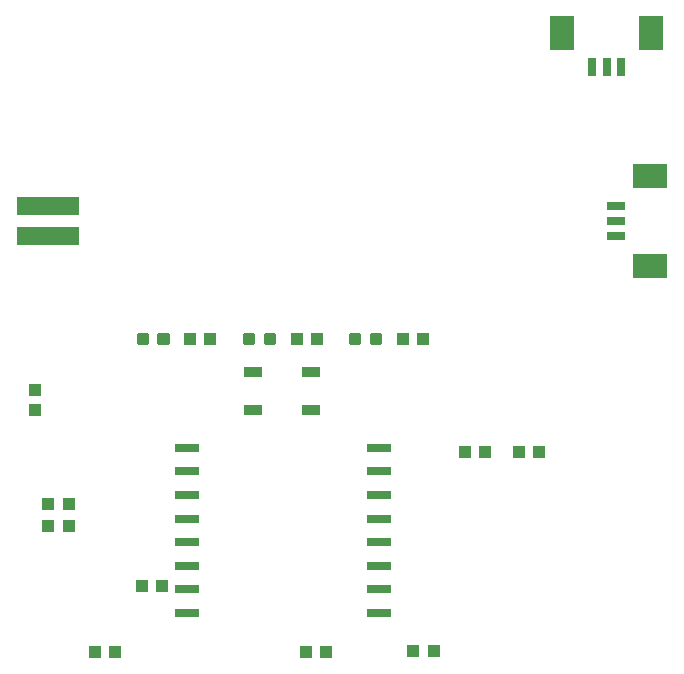
<source format=gbr>
G04 EAGLE Gerber RS-274X export*
G75*
%MOMM*%
%FSLAX34Y34*%
%LPD*%
%INSolderpaste Bottom*%
%IPPOS*%
%AMOC8*
5,1,8,0,0,1.08239X$1,22.5*%
G01*
%ADD10R,1.100000X1.000000*%
%ADD11C,0.300000*%
%ADD12R,1.500000X0.900000*%
%ADD13R,2.000000X0.800000*%
%ADD14R,5.330000X1.650000*%
%ADD15R,3.000000X2.100000*%
%ADD16R,1.600000X0.800000*%
%ADD17R,2.100000X3.000000*%
%ADD18R,0.800000X1.600000*%
%ADD19R,1.000000X1.100000*%


D10*
X111500Y280000D03*
X128500Y280000D03*
X201500Y280000D03*
X218500Y280000D03*
D11*
X92270Y283500D02*
X92270Y276500D01*
X85270Y276500D01*
X85270Y283500D01*
X92270Y283500D01*
X92270Y279350D02*
X85270Y279350D01*
X85270Y282200D02*
X92270Y282200D01*
X74730Y283500D02*
X74730Y276500D01*
X67730Y276500D01*
X67730Y283500D01*
X74730Y283500D01*
X74730Y279350D02*
X67730Y279350D01*
X67730Y282200D02*
X74730Y282200D01*
X182270Y283500D02*
X182270Y276500D01*
X175270Y276500D01*
X175270Y283500D01*
X182270Y283500D01*
X182270Y279350D02*
X175270Y279350D01*
X175270Y282200D02*
X182270Y282200D01*
X164730Y283500D02*
X164730Y276500D01*
X157730Y276500D01*
X157730Y283500D01*
X164730Y283500D01*
X164730Y279350D02*
X157730Y279350D01*
X157730Y282200D02*
X164730Y282200D01*
X272270Y283500D02*
X272270Y276500D01*
X265270Y276500D01*
X265270Y283500D01*
X272270Y283500D01*
X272270Y279350D02*
X265270Y279350D01*
X265270Y282200D02*
X272270Y282200D01*
X254730Y283500D02*
X254730Y276500D01*
X247730Y276500D01*
X247730Y283500D01*
X254730Y283500D01*
X254730Y279350D02*
X247730Y279350D01*
X247730Y282200D02*
X254730Y282200D01*
D12*
X213500Y252500D03*
X213500Y219500D03*
X164500Y252500D03*
X164500Y219500D03*
D13*
X109000Y48000D03*
X109000Y68000D03*
X109000Y88000D03*
X109000Y108000D03*
X109000Y128000D03*
X109000Y148000D03*
X109000Y168000D03*
X109000Y188000D03*
X271000Y188000D03*
X271000Y168000D03*
X271000Y148000D03*
X271000Y128000D03*
X271000Y108000D03*
X271000Y88000D03*
X271000Y68000D03*
X271000Y48000D03*
D10*
X87500Y71000D03*
X70500Y71000D03*
D14*
X-9100Y392700D03*
X-9100Y367300D03*
D15*
X501000Y418000D03*
D16*
X472000Y380000D03*
D15*
X501000Y342000D03*
D16*
X472000Y392500D03*
X472000Y367500D03*
D17*
X426000Y539000D03*
D18*
X464000Y510000D03*
D17*
X502000Y539000D03*
D18*
X451500Y510000D03*
X476500Y510000D03*
D10*
X291500Y280000D03*
X308500Y280000D03*
X-8500Y140000D03*
X8500Y140000D03*
X-8500Y122000D03*
X8500Y122000D03*
X406500Y184000D03*
X389500Y184000D03*
X361500Y184000D03*
X344500Y184000D03*
X47500Y15000D03*
X30500Y15000D03*
X317500Y16000D03*
X300500Y16000D03*
D19*
X-20000Y219500D03*
X-20000Y236500D03*
D10*
X209500Y15000D03*
X226500Y15000D03*
M02*

</source>
